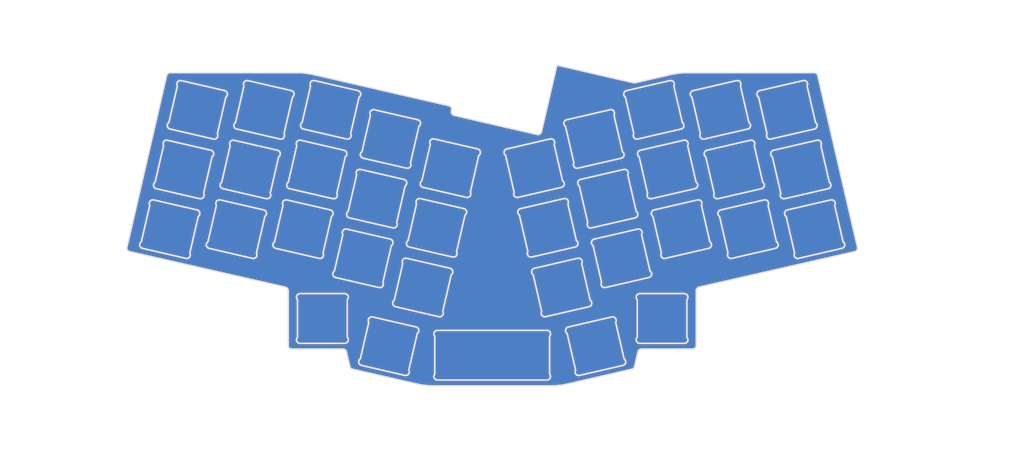
<source format=kicad_pcb>
(kicad_pcb (version 20211014) (generator pcbnew)
  (layers (0 "F.Cu" signal) (31 "B.Cu" signal) (34 "B.Paste" user) (35 "F.Paste" user) (36 "B.SilkS" user "B.Silkscreen") (37 "F.SilkS" user "F.Silkscreen") (38 "B.Mask" user) (39 "F.Mask" user) (44 "Edge.Cuts" user))
  (net 0 "")
  (footprint "r3926lp:OSHW-Symbol_6.7x6mm_mask" (layer "F.Cu") (at 153.975533 91.506287)
    (fp_text reference "REF**" hide)
    (fp_text value "OSHW-Symbol_6.7x6mm_mask" hide)
  )
  (footprint "revxlp:rev41lp_edgecutSwitchPlate10u" (layer "F.Cu") (at 154.229532 28.768286)
    (fp_text reference "rev41lp_edgecutSwitchPlate" hide)
    (fp_text value "rev41lp_edgecutSwitchPlate10u")
    (fp_line (start 24.149255 31.445624) (end 26.492924 41.597168) (layer "Edge.Cuts") (width 0.2))
    (fp_line (start 75.412131 35.322639) (end 63.375012 38.101628) (layer "Edge.Cuts") (width 0.2))
    (fp_line (start 40.357526 18.419352) (end 52.394645 15.640364) (layer "Edge.Cuts") (width 0.2))
    (fp_line (start -11.693841 54.298103) (end -23.73096 51.519115) (layer "Edge.Cuts") (width 0.2))
    (fp_line (start 40.334808 43.420877) (end 28.297689 46.199864) (layer "Edge.Cuts") (width 0.2))
    (fp_line (start -80.04372 33.49893) (end -77.700052 23.347386) (layer "Edge.Cuts") (width 0.2))
    (fp_line (start 84.95281 51.547934) (end 96.989929 48.768946) (layer "Edge.Cuts") (width 0.2))
    (fp_line (start -65.394414 50.063222) (end -63.050746 39.911677) (layer "Edge.Cuts") (width 0.2))
    (fp_line (start 53.959882 0) (end 89.33246 0) (layer "Edge.Cuts") (width 0.2))
    (fp_line (start -59.550844 21.537336) (end -71.587963 18.758348) (layer "Edge.Cuts") (width 0.2))
    (fp_line (start 36.928936 6.783095) (end 39.272604 16.934639) (layer "Edge.Cuts") (width 0.2))
    (fp_line (start -21.009942 86.425869) (end -38.753975 82.329336) (layer "Edge.Cuts") (width 0.2))
    (fp_line (start -89.33246 0) (end -53.959882 0) (layer "Edge.Cuts") (width 0.2))
    (fp_line (start -17.167546 19.875246) (end -19.511215 30.02679) (layer "Edge.Cuts") (width 0.2))
    (fp_line (start -61.570246 33.49893) (end -59.226578 23.347386) (layer "Edge.Cuts") (width 0.2))
    (fp_line (start -7.869673 37.733812) (end -19.906792 34.954824) (layer "Edge.Cuts") (width 0.2))
    (fp_line (start 73.875885 6.783094) (end 76.219552 16.934639) (layer "Edge.Cuts") (width 0.2))
    (fp_line (start -54.199411 20.243061) (end -56.543079 30.394605) (layer "Edge.Cuts") (width 0.2))
    (fp_line (start 14.798166 67.74441) (end 26.835284 64.965422) (layer "Edge.Cuts") (width 0.2))
    (fp_line (start 71.587963 18.758348) (end 59.550844 21.537336) (layer "Edge.Cuts") (width 0.2))
    (fp_line (start 75.016553 30.394605) (end 72.672886 20.243062) (layer "Edge.Cuts") (width 0.2))
    (fp_line (start 19.906792 34.954824) (end 7.869673 37.733812) (layer "Edge.Cuts") (width 0.2))
    (fp_line (start -13.713244 66.259697) (end -11.369575 56.108154) (layer "Edge.Cuts") (width 0.2))
    (fp_line (start -87.322191 3.67877) (end -89.66586 13.830314) (layer "Edge.Cuts") (width 0.2))
    (fp_line (start -43.096772 33.49893) (end -40.753104 23.347386) (layer "Edge.Cuts") (width 0.2))
    (fp_line (start 86.237269 2.194057) (end 74.20015 4.973045) (layer "Edge.Cuts") (width 0.2))
    (fp_line (start 36.115063 21.928552) (end 33.771394 11.777008) (layer "Edge.Cuts") (width 0.2))
    (fp_line (start 11.369575 56.108154) (end 13.713244 66.259697) (layer "Edge.Cuts") (width 0.2))
    (fp_line (start 78.840721 46.958897) (end 76.497053 36.807352) (layer "Edge.Cuts") (width 0.2))
    (fp_line (start 67.763795 2.194057) (end 55.726676 4.973045) (layer "Edge.Cuts") (width 0.2))
    (fp_line (start -70.868119 15.640364) (end -58.831 18.419352) (layer "Edge.Cuts") (width 0.2))
    (fp_line (start 40.205052 63.031455) (end 40.205052 73.450026) (layer "Edge.Cuts") (width 0.2))
    (fp_line (start 97.314195 46.958897) (end 94.970526 36.807352) (layer "Edge.Cuts") (width 0.2))
    (fp_line (start 27.577846 43.081881) (end 39.614965 40.302893) (layer "Edge.Cuts") (width 0.2))
    (fp_line (start -58.023579 36.807352) (end -60.367247 46.958897) (layer "Edge.Cuts") (width 0.2))
    (fp_line (start 17.928626 -2.13332) (end 38.975205 2.725666) (layer "Edge.Cuts") (width 0.2))
    (fp_line (start 55.40241 6.783095) (end 57.746078 16.934639) (layer "Edge.Cuts") (width 0.2))
    (fp_line (start -83.867888 50.063221) (end -81.52422 39.911677) (layer "Edge.Cuts") (width 0.2))
    (fp_line (start -57.746078 16.934639) (end -55.40241 6.783095) (layer "Edge.Cuts") (width 0.2))
    (fp_line (start -30.317092 58.161459) (end -27.973423 48.009915) (layer "Edge.Cuts") (width 0.2))
    (fp_line (start 44.181694 34.983643) (end 56.218813 32.204656) (layer "Edge.Cuts") (width 0.2))
    (fp_line (start 56.543079 30.394605) (end 54.199411 20.243061) (layer "Edge.Cuts") (width 0.2))
    (fp_line (start -10.537997 11.82836) (end 12.453561 17.13638) (layer "Edge.Cuts") (width 0.2))
    (fp_line (start 19.511215 30.02679) (end 17.167546 19.875246) (layer "Edge.Cuts") (width 0.2))
    (fp_line (start -81.848486 38.101627) (end -93.885604 35.322639) (layer "Edge.Cuts") (width 0.2))
    (fp_line (start 10.973998 51.180119) (end 23.011116 48.401131) (layer "Edge.Cuts") (width 0.2))
    (fp_line (start 23.73096 51.519115) (end 11.693841 54.298103) (layer "Edge.Cuts") (width 0.2))
    (fp_line (start 62.655168 34.983643) (end 74.692286 32.204655) (layer "Edge.Cuts") (width 0.2))
    (fp_line (start -26.492924 41.597168) (end -24.149255 31.445624) (layer "Edge.Cuts") (width 0.2))
    (fp_line (start 23.335382 46.591081) (end 20.991713 36.439537) (layer "Edge.Cuts") (width 0.2))
    (fp_line (start -21.110691 70.597526) (end -33.147811 67.818538) (layer "Edge.Cuts") (width 0.2))
    (fp_line (start -60.042981 48.768946) (end -48.005862 51.547934) (layer "Edge.Cuts") (width 0.2))
    (fp_line (start 15.9 83.647753) (end 15.9 73.229182) (layer "Edge.Cuts") (width 0.2))
    (fp_line (start 20.325087 14.881333) (end 22.668756 25.032877) (layer "Edge.Cuts") (width 0.2))
    (fp_line (start -22.668756 25.032877) (end -20.325087 14.881333) (layer "Edge.Cuts") (width 0.2))
    (fp_line (start 59.226578 23.347386) (end 61.570246 33.49893) (layer "Edge.Cuts") (width 0.2))
    (fp_line (start -37.253202 4.973045) (end -49.290321 2.194057) (layer "Edge.Cuts") (width 0.2))
    (fp_line (start 49.290321 2.194057) (end 37.253202 4.973045) (layer "Edge.Cuts") (width 0.2))
    (fp_line (start 90.061437 18.758348) (end 78.024318 21.537336) (layer "Edge.Cuts") (width 0.2))
    (fp_line (start 81.128642 34.983643) (end 93.165761 32.204655) (layer "Edge.Cuts") (width 0.2))
    (fp_line (start 53.281924 61.34074) (end 40.928179 61.34074) (layer "Edge.Cuts") (width 0.2))
    (fp_line (start 93.490027 30.394605) (end 91.146359 20.243061) (layer "Edge.Cuts") (width 0.2))
    (fp_line (start 58.831 18.419352) (end 70.868119 15.640364) (layer "Edge.Cuts") (width 0.2))
    (fp_line (start -41.416042 76.74074) (end -55.605051 76.74074) (layer "Edge.Cuts") (width 0.2))
    (fp_line (start 16.082624 18.390533) (end 4.045505 21.169521) (layer "Edge.Cuts") (width 0.2))
    (fp_line (start -89.341593 15.640364) (end -77.304474 18.419352) (layer "Edge.Cuts") (width 0.2))
    (fp_line (start 32.686472 10.292295) (end 20.649355 13.071283) (layer "Edge.Cuts") (width 0.2))
    (fp_line (start -40.928179 61.34074) (end -53.281924 61.34074) (layer "Edge.Cuts") (width 0.2))
    (fp_line (start -26.835284 64.965422) (end -14.798166 67.74441) (layer "Edge.Cuts") (width 0.2))
    (fp_line (start -78.024318 21.537336) (end -90.061437 18.758348) (layer "Edge.Cuts") (width 0.2))
    (fp_line (start -35.790797 23.738602) (end -23.753678 26.51759) (layer "Edge.Cuts") (width 0.2))
    (fp_line (start 7.14983 34.615828) (end 19.186947 31.83684) (layer "Edge.Cuts") (width 0.2))
    (fp_line (start -93.165761 32.204655) (end -81.128642 34.983643) (layer "Edge.Cuts") (width 0.2))
    (fp_line (start 38.753975 82.329336) (end 21.009942 86.425869) (layer "Edge.Cuts") (width 0.2))
    (fp_line (start 63.050746 39.911677) (end 65.394414 50.063222) (layer "Edge.Cuts") (width 0.2))
    (fp_line (start -41.07737 21.537336) (end -53.114489 18.758348) (layer "Edge.Cuts") (width 0.2))
    (fp_line (start -28.297689 46.199864) (end -40.334808 43.420877) (layer "Edge.Cuts") (width 0.2))
    (fp_line (start 56.938657 35.322639) (end 44.901538 38.101627) (layer "Edge.Cuts") (width 0.2))
    (fp_line (start -44.901538 38.101627) (end -56.938657 35.322639) (layer "Edge.Cuts") (width 0.2))
    (fp_line (start -96.989929 48.768946) (end -84.95281 51.547934) (layer "Edge.Cuts") (width 0.2))
    (fp_line (start 55.605051 76.74074) (end 41.416042 76.74074) (layer "Edge.Cuts") (width 0.2))
    (fp_line (start 43.763399 55.057133) (end 41.41973 44.90559) (layer "Edge.Cuts") (width 0.2))
    (fp_line (start -76.497053 36.807352) (end -78.840721 46.958897) (layer "Edge.Cuts") (width 0.2))
    (fp_line (start -46.92094 50.063221) (end -44.577272 39.911677) (layer "Edge.Cuts") (width 0.2))
    (fp_line (start 40.753104 23.347386) (end 43.096772 33.49893) (layer "Edge.Cuts") (width 0.2))
    (fp_line (start 39.777572 2.748161) (end 49.460861 0.512598) (layer "Edge.Cuts") (width 0.2))
    (fp_line (start 66.479336 51.547934) (end 78.516455 48.768945) (layer "Edge.Cuts") (width 0.2))
    (fp_line (start 81.52422 39.911677) (end 83.867888 50.063221) (layer "Edge.Cuts") (width 0.2))
    (fp_line (start -15.9 73.229182) (end -15.9 83.647753) (layer "Edge.Cuts") (width 0.2))
    (fp_line (start 27.15955 63.155372) (end 24.815882 53.003829) (layer "Edge.Cuts") (width 0.2))
    (fp_line (start 93.885604 35.322639) (end 81.848486 38.101627) (layer "Edge.Cuts") (width 0.2))
    (fp_line (start 15.176873 71.538468) (end -15.176873 71.538468) (layer "Edge.Cuts") (width 0.2))
    (fp_line (start 60.367247 46.958897) (end 58.023579 36.807352) (layer "Edge.Cuts") (width 0.2))
    (fp_line (start 40.441671 77.515789) (end 39.503394 81.579917) (layer "Edge.Cuts") (width 0.2))
    (fp_line (start -56.605052 75.74074) (end -56.605052 60.530052) (layer "Edge.Cuts") (width 0.2))
    (fp_line (start -15.176872 85.338468) (end 15.176872 85.338468) (layer "Edge.Cuts") (width 0.2))
    (fp_line (start -24.473521 29.635574) (end -36.51064 26.856586) (layer "Edge.Cuts") (width 0.2))
    (fp_line (start -23.011116 48.401131) (end -10.973998 51.180119) (layer "Edge.Cuts") (width 0.2))
    (fp_line (start -34.232733 69.303251) (end -36.576402 79.454795) (layer "Edge.Cuts") (width 0.2))
    (fp_line (start 52.718911 13.830314) (end 50.375243 3.67877) (layer "Edge.Cuts") (width 0.2))
    (fp_line (start -91.146359 20.243061) (end -93.490027 30.394605) (layer "Edge.Cuts") (width 0.2))
    (fp_line (start -39.272604 16.934639) (end -36.928936 6.783095) (layer "Edge.Cuts") (width 0.2))
    (fp_line (start -101.323515 48.493552) (end -90.30683 0.775048) (layer "Edge.Cuts") (width 0.2))
    (fp_line (start -20.649355 13.071283) (end -32.686472 10.292295) (layer "Edge.Cuts") (width 0.2))
    (fp_line (start 56.605052 60.530052) (end 56.605052 75.74074) (layer "Edge.Cuts") (width 0.2))
    (fp_line (start -4.045505 21.169521) (end -16.082624 18.390533) (layer "Edge.Cuts") (width 0.2))
    (fp_line (start 3.721239 22.979571) (end 6.064908 33.131115) (layer "Edge.Cuts") (width 0.2))
    (fp_line (start 54.005052 73.450026) (end 54.005052 63.031455) (layer "Edge.Cuts") (width 0.2))
    (fp_line (start 16.510921 86.938468) (end -16.510921 86.938468) (layer "Edge.Cuts") (width 0.2))
    (fp_line (start -53.281924 75.14074) (end -40.928179 75.14074) (layer "Edge.Cuts") (width 0.2))
    (fp_line (start -36.252138 81.264845) (end -24.215018 84.043833) (layer "Edge.Cuts") (width 0.2))
    (fp_line (start -54.005052 63.031455) (end -54.005052 73.450026) (layer "Edge.Cuts") (width 0.2))
    (fp_line (start 77.304474 18.419352) (end 89.341593 15.640364) (layer "Edge.Cuts") (width 0.2))
    (fp_line (start 90.30683 0.775048) (end 101.323515 48.493552) (layer "Edge.Cuts") (width 0.2))
    (fp_line (start -39.503394 81.579917) (end -40.441671 77.515789) (layer "Edge.Cuts") (width 0.2))
    (fp_line (start 20.786426 72.407575) (end 23.130095 82.559119) (layer "Edge.Cuts") (width 0.2))
    (fp_line (start 36.576402 79.454795) (end 34.232733 69.303251) (layer "Edge.Cuts") (width 0.2))
    (fp_line (start -37.595562 28.341299) (end -39.939231 38.492843) (layer "Edge.Cuts") (width 0.2))
    (fp_line (start 48.005862 51.547934) (end 60.042981 48.768946) (layer "Edge.Cuts") (width 0.2))
    (fp_line (start -20.991713 36.439537) (end -23.335382 46.591081) (layer "Edge.Cuts") (width 0.2))
    (fp_line (start 31.402014 59.646172) (end 43.439133 56.867184) (layer "Edge.Cuts") (width 0.2))
    (fp_line (start -39.614965 40.302893) (end -27.577846 43.081881) (layer "Edge.Cuts") (width 0.2))
    (fp_line (start 24.215019 84.043833) (end 36.252137 81.264845) (layer "Edge.Cuts") (width 0.2))
    (fp_line (start 13.652882 16.386961) (end 17.928626 -2.13332) (layer "Edge.Cuts") (width 0.2))
    (fp_line (start 40.928179 75.14074) (end 53.281924 75.14074) (layer "Edge.Cuts") (width 0.2))
    (fp_line (start 33.147811 67.818538) (end 21.110691 70.597526) (layer "Edge.Cuts") (width 0.2))
    (fp_line (start 23.753678 26.51759) (end 35.790797 23.738602) (layer "Edge.Cuts") (width 0.2))
    (fp_line (start -19.186947 31.83684) (end -7.14983 34.615828) (layer "Edge.Cuts") (width 0.2))
    (fp_line (start -43.439133 56.867184) (end -31.402014 59.646172) (layer "Edge.Cuts") (width 0.2))
    (fp_line (start -56.218813 32.204656) (end -44.181694 34.983643) (layer "Edge.Cuts") (width 0.2))
    (fp_line (start -78.516455 48.768945) (end -66.479336 51.547934) (layer "Edge.Cuts") (width 0.2))
    (fp_line (start -24.815882 53.003829) (end -27.15955 63.155372) (layer "Edge.Cuts") (width 0.2))
    (fp_line (start -23.130095 82.559119) (end -20.786426 72.407575) (layer "Edge.Cuts") (width 0.2))
    (fp_line (start -33.771394 11.777008) (end -36.115063 21.928552) (layer "Edge.Cuts") (width 0.2))
    (fp_line (start -74.20015 4.973045) (end -86.237269 2.194057) (layer "Edge.Cuts") (width 0.2))
    (fp_line (start -9.889076 49.695406) (end -7.545407 39.543862) (layer "Edge.Cuts") (width 0.2))
    (fp_line (start -11.226679 10.365958) (end -11.287416 10.629039) (layer "Edge.Cuts") (width 0.2))
    (fp_line (start 44.577272 39.911677) (end 46.92094 50.063221) (layer "Edge.Cuts") (width 0.2))
    (fp_line (start -50.375243 3.67877) (end -52.718911 13.830314) (layer "Edge.Cuts") (width 0.2))
    (fp_line (start -72.672886 20.243062) (end -75.016553 30.394605) (layer "Edge.Cuts") (width 0.2))
    (fp_line (start -40.205052 73.450026) (end -40.205052 63.031455) (layer "Edge.Cuts") (width 0.2))
    (fp_line (start -94.970526 36.807352) (end -97.314195 46.958897) (layer "Edge.Cuts") (width 0.2))
    (fp_line (start -74.692286 32.204655) (end -62.655168 34.983643) (layer "Edge.Cuts") (width 0.2))
    (fp_line (start -68.848717 3.67877) (end -71.192385 13.830314) (layer "Edge.Cuts") (width 0.2))
    (fp_line (start -55.726676 4.973045) (end -67.763795 2.194057) (layer "Edge.Cuts") (width 0.2))
    (fp_line (start 89.665861 13.830314) (end 87.322191 3.67877) (layer "Edge.Cuts") (width 0.2))
    (fp_line (start 27.973423 48.009915) (end 30.317092 58.161459) (layer "Edge.Cuts") (width 0.2))
    (fp_line (start -52.394645 15.640364) (end -40.357526 18.419352) (layer "Edge.Cuts") (width 0.2))
    (fp_line (start 53.114489 18.758348) (end 41.07737 21.537336) (layer "Edge.Cuts") (width 0.2))
    (fp_line (start 71.192385 13.830314) (end 68.848717 3.67877) (layer "Edge.Cuts") (width 0.2))
    (fp_line (start -41.41973 44.90559) (end -43.763399 55.057133) (layer "Edge.Cuts") (width 0.2))
    (fp_line (start 7.545407 39.543862) (end 9.889076 49.695406) (layer "Edge.Cuts") (width 0.2))
    (fp_line (start -63.375012 38.101629) (end -75.412131 35.322639) (layer "Edge.Cuts") (width 0.2))
    (fp_line (start -57.380101 59.555682) (end -100.574096 49.692873) (layer "Edge.Cuts") (width 0.2))
    (fp_line (start 39.939231 38.492843) (end 37.595562 28.341299) (layer "Edge.Cuts") (width 0.2))
    (fp_line (start -49.460861 0.512598) (end -11.976098 9.166639) (layer "Edge.Cuts") (width 0.2))
    (fp_line (start -76.219552 16.934639) (end -73.875885 6.783094) (layer "Edge.Cuts") (width 0.2))
    (fp_line (start 100.574096 49.692873) (end 57.380101 59.555682) (layer "Edge.Cuts") (width 0.2))
    (fp_line (start 36.51064 26.856586) (end 24.473521 29.635574) (layer "Edge.Cuts") (width 0.2))
    (fp_line (start 77.700052 23.347386) (end 80.04372 33.49893) (layer "Edge.Cuts") (width 0.2))
    (fp_line (start -6.064908 33.131115) (end -3.721239 22.979571) (layer "Edge.Cuts") (width 0.2))
    (fp_arc (start 32.686472 10.292295) (mid 33.718827 10.676683) (end 33.771394 11.777008) (layer "Edge.Cuts") (width 0.2))
    (fp_arc (start 77.304474 18.419352) (mid 76.272103 18.034987) (end 76.219552 16.934639) (layer "Edge.Cuts") (width 0.2))
    (fp_arc (start 21.009942 86.425869) (mid 18.774985 86.809908) (end 16.510921 86.938468) (layer "Edge.Cuts") (width 0.2))
    (fp_arc (start -55.605051 76.74074) (mid -56.312159 76.447848) (end -56.605052 75.74074) (layer "Edge.Cuts") (width 0.2))
    (fp_arc (start 39.875009 2.725666) (mid 39.425107 2.776929) (end 38.975205 2.725666) (layer "Edge.Cuts") (width 0.2))
    (fp_arc (start -57.746078 16.934639) (mid -57.798642 18.034977) (end -58.831 18.419352) (layer "Edge.Cuts") (width 0.2))
    (fp_arc (start 33.147811 67.818538) (mid 34.180204 68.202899) (end 34.232733 69.303251) (layer "Edge.Cuts") (width 0.2))
    (fp_arc (start -57.380101 59.555682) (mid -56.822443 59.907537) (end -56.605052 60.530052) (layer "Edge.Cuts") (width 0.2))
    (fp_arc (start 86.237269 2.194057) (mid 87.26965 2.578451) (end 87.322191 3.67877) (layer "Edge.Cuts") (width 0.2))
    (fp_arc (start -78.516455 48.768945) (mid -79.275832 47.970916) (end -78.840721 46.958897) (layer "Edge.Cuts") (width 0.2))
    (fp_arc (start -87.322191 3.67877) (mid -87.269627 2.578432) (end -86.237269 2.194057) (layer "Edge.Cuts") (width 0.2))
    (fp_arc (start -43.439133 56.867184) (mid -44.198511 56.069153) (end -43.763399 55.057133) (layer "Edge.Cuts") (width 0.2))
    (fp_arc (start -61.570246 33.49893) (mid -61.62281 34.599268) (end -62.655168 34.983643) (layer "Edge.Cuts") (width 0.2))
    (fp_arc (start -33.771394 11.777008) (mid -33.718831 10.676669) (end -32.686472 10.292295) (layer "Edge.Cuts") (width 0.2))
    (fp_arc (start 36.115063 21.928552) (mid 36.55014 22.940565) (end 35.790797 23.738602) (layer "Edge.Cuts") (width 0.2))
    (fp_arc (start -78.024318 21.537336) (mid -77.264941 22.335366) (end -77.700052 23.347386) (layer "Edge.Cuts") (width 0.2))
    (fp_arc (start 97.314195 46.958896) (mid 97.749339 47.970934) (end 96.989929 48.768946) (layer "Edge.Cuts") (width 0.2))
    (fp_arc (start -94.970528 36.807351) (mid -94.917962 35.707014) (end -93.885604 35.322639) (layer "Edge.Cuts") (width 0.2))
    (fp_arc (start 75.016553 30.394605) (mid 75.451618 31.406641) (end 74.692286 32.204655) (layer "Edge.Cuts") (width 0.2))
    (fp_arc (start 101.323515 48.493552) (mid 101.197193 49.248429) (end 100.574096 49.692873) (layer "Edge.Cuts") (width 0.2))
    (fp_arc (start -19.186948 31.836841) (mid -19.946327 31.038811) (end -19.511215 30.02679) (layer "Edge.Cuts") (width 0.2))
    (fp_arc (start 39.939231 38.492843) (mid 40.374317 39.504846) (end 39.614965 40.302893) (layer "Edge.Cuts") (width 0.2))
    (fp_arc (start -54.005052 63.031454) (mid -54.201357 61.947493) (end -53.281924 61.34074) (layer "Edge.Cuts") (width 0.2))
    (fp_arc (start -100.574096 49.692873) (mid -101.197193 49.248422) (end -101.323515 48.493552) (layer "Edge.Cuts") (width 0.2))
    (fp_arc (start -91.146359 20.243061) (mid -91.093795 19.142723) (end -90.061437 18.758348) (layer "Edge.Cuts") (width 0.2))
    (fp_arc (start -74.20015 4.973045) (mid -73.440773 5.771075) (end -73.875885 6.783094) (layer "Edge.Cuts") (width 0.2))
    (fp_arc (start 11.369575 56.108154) (mid 10.934454 55.096131) (end 11.693841 54.298103) (layer "Edge.Cuts") (width 0.2))
    (fp_arc (start 49.290321 2.194057) (mid 50.322796 2.578386) (end 50.375243 3.67877) (layer "Edge.Cuts") (width 0.2))
    (fp_arc (start -53.281924 75.14074) (mid -54.201357 74.533987) (end -54.005052 73.450026) (layer "Edge.Cuts") (width 0.2))
    (fp_arc (start -21.110691 70.597527) (mid -20.351314 71.395556) (end -20.786426 72.407575) (layer "Edge.Cuts") (width 0.2))
    (fp_arc (start 59.226578 23.347386) (mid 58.791462 22.335361) (end 59.550844 21.537336) (layer "Edge.Cuts") (width 0.2))
    (fp_arc (start -63.375012 38.101629) (mid -62.615636 38.899658) (end -63.050746 39.911677) (layer "Edge.Cuts") (width 0.2))
    (fp_arc (start 67.763795 2.194057) (mid 68.796148 2.578459) (end 68.848717 3.67877) (layer "Edge.Cuts") (width 0.2))
    (fp_arc (start -37.253202 4.973045) (mid -36.493824 5.771075) (end -36.928936 6.783095) (layer "Edge.Cuts") (width 0.2))
    (fp_arc (start 63.050746 39.911677) (mid 62.615653 38.899658) (end 63.375012 38.101628) (layer "Edge.Cuts") (width 0.2))
    (fp_arc (start -59.550844 21.537336) (mid -58.791466 22.335366) (end -59.226578 23.347386) (layer "Edge.Cuts") (width 0.2))
    (fp_arc (start -76.219552 16.934639) (mid -76.272116 18.034977) (end -77.304474 18.419352) (layer "Edge.Cuts") (width 0.2))
    (fp_arc (start -80.04372 33.49893) (mid -80.096284 34.599268) (end -81.128642 34.983643) (layer "Edge.Cuts") (width 0.2))
    (fp_arc (start -76.497053 36.807352) (mid -76.44449 35.707013) (end -75.412131 35.322639) (layer "Edge.Cuts") (width 0.2))
    (fp_arc (start 78.840721 46.958896) (mid 79.275853 47.970935) (end 78.516455 48.768945) (layer "Edge.Cuts") (width 0.2))
    (fp_arc (start -54.199411 20.243061) (mid -54.146848 19.142722) (end -53.114489 18.758348) (layer "Edge.Cuts") (width 0.2))
    (fp_arc (start -46.92094 50.063221) (mid -46.973504 51.163559) (end -48.005862 51.547934) (layer "Edge.Cuts") (width 0.2))
    (fp_arc (start -7.869673 37.733812) (mid -7.110296 38.531842) (end -7.545407 39.543862) (layer "Edge.Cuts") (width 0.2))
    (fp_arc (start -22.668756 25.032877) (mid -22.72132 26.133215) (end -23.753678 26.51759) (layer "Edge.Cuts") (width 0.2))
    (fp_arc (start -74.692286 32.204655) (mid -75.451663 31.406625) (end -75.016553 30.394605) (layer "Edge.Cuts") (width 0.2))
    (fp_arc (start 40.928179 75.140739) (mid 40.008719 74.534014) (end 40.205052 73.450026) (layer "Edge.Cuts") (width 0.2))
    (fp_arc (start 13.652883 16.38696) (mid 13.20843 17.010058) (end 12.453561 17.13638) (layer "Edge.Cuts") (width 0.2))
    (fp_arc (start -15.9 73.229182) (mid -16.096305 72.145222) (end -15.176873 71.538468) (layer "Edge.Cuts") (width 0.2))
    (fp_arc (start 27.577846 43.081881) (mid 26.545487 42.697503) (end 26.492924 41.597168) (layer "Edge.Cuts") (width 0.2))
    (fp_arc (start 10.973998 51.180119) (mid 9.941517 50.7958) (end 9.889076 49.695406) (layer "Edge.Cuts") (width 0.2))
    (fp_arc (start 52.718911 13.830314) (mid 53.154032 14.842339) (end 52.394645 15.640364) (layer "Edge.Cuts") (width 0.2))
    (fp_arc (start 75.412131 35.322639) (mid 76.444502 35.707007) (end 76.497053 36.807352) (layer "Edge.Cuts") (width 0.2))
    (fp_arc (start -72.672886 20.243062) (mid -72.620323 19.142722) (end -71.587963 18.758348) (layer "Edge.Cuts") (width 0.2))
    (fp_arc (start 15.899999 83.647754) (mid 16.096308 84.731715) (end 15.176872 85.338468) (layer "Edge.Cuts") (width 0.2))
    (fp_arc (start 62.655168 34.983643) (mid 61.622704 34.59931) (end 61.570246 33.49893) (layer "Edge.Cuts") (width 0.2))
    (fp_arc (start -9.889076 49.695406) (mid -9.94164 50.795744) (end -10.973998 51.180119) (layer "Edge.Cuts") (width 0.2))
    (fp_arc (start -50.375243 3.67877) (mid -50.322679 2.578432) (end -49.290321 2.194057) (layer "Edge.Cuts") (width 0.2))
    (fp_arc (start 90.061437 18.758348) (mid 91.093901 19.142684) (end 91.146359 20.243061) (layer "Edge.Cuts") (width 0.2))
    (fp_arc (start 19.511214 30.026789) (mid 19.946324 31.038811) (end 19.186947 31.83684) (layer "Edge.Cuts") (width 0.2))
    (fp_arc (start 48.005862 51.547934) (mid 46.973559 51.16352) (end 46.92094 50.063221) (layer "Edge.Cuts") (width 0.2))
    (fp_arc (start 93.490027 30.394605) (mid 93.925104 31.40664) (end 93.165761 32.204655) (layer "Edge.Cuts") (width 0.2))
    (fp_arc (start -39.272604 16.934639) (mid -39.325168 18.034977) (end -40.357526 18.419352) (layer "Edge.Cuts") (width 0.2))
    (fp_arc (start 55.40241 6.783095) (mid 54.967227 5.771067) (end 55.726676 4.973045) (layer "Edge.Cuts") (width 0.2))
    (fp_arc (start -28.297689 46.199864) (mid -27.53831 46.997895) (end -27.973423 48.009915) (layer "Edge.Cuts") (width 0.2))
    (fp_arc (start -6.064908 33.131115) (mid -6.117473 34.231453) (end -7.14983 34.615828) (layer "Edge.Cuts") (width 0.2))
    (fp_arc (start 89.665861 13.830314) (mid 90.100959 14.842341) (end 89.341593 15.640364) (layer "Edge.Cuts") (width 0.2))
    (fp_arc (start 24.149257 31.445624) (mid 23.714139 30.433602) (end 24.473521 29.635574) (layer "Edge.Cuts") (width 0.2))
    (fp_arc (start 77.700052 23.347386) (mid 77.264948 22.33536) (end 78.024318 21.537336) (layer "Edge.Cuts") (width 0.2))
    (fp_arc (start 19.906792 34.954824) (mid 20.939064 35.339263) (end 20.991713 36.439537) (layer "Edge.Cuts") (width 0.2))
    (fp_arc (start 20.786426 72.407576) (mid 20.35132 71.395559) (end 21.110691 70.597526) (layer "Edge.Cuts") (width 0.2))
    (fp_arc (start 23.335382 46.591081) (mid 23.770487 47.603101) (end 23.011116 48.401131) (layer "Edge.Cuts") (width 0.2))
    (fp_arc (start 43.763399 55.057133) (mid 44.198463 56.069146) (end 43.439133 56.867184) (layer "Edge.Cuts") (width 0.2))
    (fp_arc (start 44.577272 39.911677) (mid 44.142167 38.899659) (end 44.901538 38.101627) (layer "Edge.Cuts") (width 0.2))
    (fp_arc (start 71.587963 18.758348) (mid 72.620251 19.142773) (end 72.672886 20.243062) (layer "Edge.Cuts") (width 0.2))
    (fp_arc (start -20.649354 13.071282) (mid -19.889974 13.869312) (end -20.325087 14.881333) (layer "Edge.Cuts") (width 0.2))
    (fp_arc (start -11.976098 9.166639) (mid -11.353002 9.611089) (end -11.226679 10.365958) (layer "Edge.Cuts") (width 0.2))
    (fp_arc (start 36.51064 26.856586) (mid 37.542974 27.240949) (end 37.595562 28.341299) (layer "Edge.Cuts") (width 0.2))
    (fp_arc (start -23.011116 48.401132) (mid -23.770495 47.603101) (end -23.335382 46.591081) (layer "Edge.Cuts") (width 0.2))
    (fp_arc (start 40.334808 43.420877) (mid 41.36718 43.805231) (end 41.41973 44.90559) (layer "Edge.Cuts") (width 0.2))
    (fp_arc (start 27.15955 63.155372) (mid 27.594655 64.167391) (end 26.835284 64.965422) (layer "Edge.Cuts") (width 0.2))
    (fp_arc (start 89.33246 -0.000001) (mid 89.954972 0.217384) (end 90.30683 0.775048) (layer "Edge.Cuts") (width 0.2))
    (fp_arc (start 36.928936 6.783095) (mid 36.493831 5.771062) (end 37.253202 4.973045) (layer "Edge.Cuts") (width 0.2))
    (fp_arc (start -37.595562 28.341299) (mid -37.542998 27.240961) (end -36.51064 26.856586) (layer "Edge.Cuts") (width 0.2))
    (fp_arc (start -96.989929 48.768945) (mid -97.749305 47.970916) (end -97.314195 46.958897) (layer "Edge.Cuts") (width 0.2))
    (fp_arc (start 7.14983 34.615828) (mid 6.117519 34.231453) (end 6.064908 33.131115) (layer "Edge.Cuts") (width 0.2))
    (fp_arc (start 15.176873 71.538468) (mid 16.096356 72.145227) (end 15.9 73.229182) (layer "Edge.Cuts") (width 0.2))
    (fp_arc (start -52.394645 15.640364) (mid -53.154023 14.842334) (end -52.718911 13.830314) (layer "Edge.Cuts") (width 0.2))
    (fp_arc (start 81.128642 34.983643) (mid 80.09625 34.599253) (end 80.04372 33.49893) (layer "Edge.Cuts") (width 0.2))
    (fp_arc (start 73.875885 6.783094) (mid 73.440759 5.771064) (end 74.20015 4.973045) (layer "Edge.Cuts") (width 0.2))
    (fp_arc (start -35.790797 23.738602) (mid -36.550175 22.940572) (end -36.115063 21.928552) (layer "Edge.Cuts") (width 0.2))
    (fp_arc (start -56.218813 32.204656) (mid -56.978191 31.406625) (end -56.543079 30.394605) (layer "Edge.Cuts") (width 0.2))
    (fp_arc (start -39.614965 40.302893) (mid -40.374342 39.504863) (end -39.939231 38.492843) (layer "Edge.Cuts") (width 0.2))
    (fp_arc (start 14.798164 67.744409) (mid 13.765829 67.360048) (end 13.713244 66.259697) (layer "Edge.Cuts") (width 0.2))
    (fp_arc (start 36.576402 79.454795) (mid 37.011503 80.466811) (end 36.252137 81.264845) (layer "Edge.Cuts") (width 0.2))
    (fp_arc (start 84.95281 51.547934) (mid 83.920457 51.163535) (end 83.867888 50.063221) (layer "Edge.Cuts") (width 0.2))
    (fp_arc (start 23.73096 51.519115) (mid 24.763316 51.903496) (end 24.815882 53.003829) (layer "Edge.Cuts") (width 0.2))
    (fp_arc (start 24.215017 84.043832) (mid 23.182658 83.659436) (end 23.130095 82.559119) (layer "Edge.Cuts") (width 0.2))
    (fp_arc (start -15.176872 85.338469) (mid -16.096353 84.731735) (end -15.9 83.647753) (layer "Edge.Cuts") (width 0.2))
    (fp_arc (start -41.416042 76.74074) (mid -40.793527 76.958132) (end -40.441671 77.515789) (layer "Edge.Cuts") (width 0.2))
    (fp_arc (start -93.165761 32.204655) (mid -93.925138 31.406625) (end -93.490027 30.394605) (layer "Edge.Cuts") (width 0.2))
    (fp_arc (start -40.928178 61.34074) (mid -40.008746 61.947494) (end -40.205052 63.031455) (layer "Edge.Cuts") (width 0.2))
    (fp_arc (start -26.492924 41.597168) (mid -26.545488 42.697506) (end -27.577846 43.081881) (layer "Edge.Cuts") (width 0.2))
    (fp_arc (start -30.317092 58.161459) (mid -30.369655 59.261798) (end -31.402014 59.646172) (layer "Edge.Cuts") (width 0.2))
    (fp_arc (start -70.868119 15.640364) (mid -71.627497 14.842334) (end -71.192385 13.830314) (layer "Edge.Cuts") (width 0.2))
    (fp_arc (start 81.52422 39.911677) (mid 81.089138 38.899657) (end 81.848486 38.101627) (layer "Edge.Cuts") (width 0.2))
    (fp_arc (start -24.815882 53.003829) (mid -24.763319 51.90349) (end -23.73096 51.519115) (layer "Edge.Cuts") (width 0.2))
    (fp_arc (start -68.848717 3.67877) (mid -68.796153 2.578432) (end -67.763795 2.194057) (layer "Edge.Cuts") (width 0.2))
    (fp_arc (start 40.357526 18.419352) (mid 39.32525 18.034923) (end 39.272604 16.934639) (layer "Edge.Cuts") (width 0.2))
    (fp_arc (start -16.510921 86.938468) (mid -18.774985 86.809905) (end -21.009942 86.425869) (layer "Edge.Cuts") (width 0.2))
    (fp_arc (start -58.023579 36.807352) (mid -57.971015 35.707014) (end -56.938657 35.322639) (layer "Edge.Cuts") (width 0.2))
    (fp_arc (start 93.885606 35.32264) (mid 94.918003 35.707) (end 94.970526 36.807352) (layer "Edge.Cuts") (width 0.2))
    (fp_arc (start -34.232733 69.303251) (mid -34.180169 68.202913) (end -33.147811 67.818538) (layer "Edge.Cuts") (width 0.2))
    (fp_arc (start -13.713242 66.259697) (mid -13.765807 67.360036) (end -14.798166 67.74441) (layer "Edge.Cuts") (width 0.2))
    (fp_arc (start -40.205051 73.450026) (mid -40.008745 74.533987) (end -40.928179 75.14074) (layer "Edge.Cuts") (width 0.2))
    (fp_arc (start -89.341593 15.640364) (mid -90.100971 14.842334) (end -89.66586 13.830314) (layer "Edge.Cuts") (width 0.2))
    (fp_arc (start -24.473522 29.635573) (mid -23.714144 30.433604) (end -24.149255 31.445624) (layer "Edge.Cuts") (width 0.2))
    (fp_arc (start 40.753104 23.347386) (mid 40.317977 22.335362) (end 41.07737 21.537336) (layer "Edge.Cuts") (width 0.2))
    (fp_arc (start -20.991713 36.439537) (mid -20.939148 35.3392) (end -19.906792 34.954824) (layer "Edge.Cuts") (width 0.2))
    (fp_arc (start 39.503394 81.579917) (mid 39.236173 82.062124) (end 38.753975 82.329336) (layer "Edge.Cuts") (width 0.2))
    (fp_arc (start 23.753678 26.51759) (mid 22.72134 26.133237) (end 22.668756 25.032877) (layer "Edge.Cuts") (width 0.2))
    (fp_arc (start 40.205051 63.031454) (mid 40.00873 61.947488) (end 40.928179 61.34074) (layer "Edge.Cuts") (width 0.2))
    (fp_arc (start -10.537997 11.82836) (mid -11.161095 11.38391) (end -11.287416 10.629039) (layer "Edge.Cuts") (width 0.2))
    (fp_arc (start 16.082624 18.390533) (mid 17.115006 18.774899) (end 17.167546 19.875246) (layer "Edge.Cuts") (width 0.2))
    (fp_arc (start 27.973423 48.009915) (mid 27.538319 46.997898) (end 28.297689 46.199864) (layer "Edge.Cuts") (width 0.2))
    (fp_arc (start -43.096772 33.49893) (mid -43.149336 34.599268) (end -44.181694 34.983643) (layer "Edge.Cuts") (width 0.2))
    (fp_arc (start 44.181694 34.983643) (mid 43.149307 34.599286) (end 43.096772 33.49893) (layer "Edge.Cuts") (width 0.2))
    (fp_arc (start -65.394414 50.063222) (mid -65.446979 51.163559) (end -66.479336 51.547934) (layer "Edge.Cuts") (width 0.2))
    (fp_arc (start 54.005052 73.450026) (mid 54.201319 74.533953) (end 53.281924 75.14074) (layer "Edge.Cuts") (width 0.2))
    (fp_arc (start 56.938657 35.322639) (mid 57.970956 35.707064) (end 58.023579 36.807352) (layer "Edge.Cuts") (width 0.2))
    (fp_arc (start 71.192385 13.830314) (mid 71.627517 14.842338) (end 70.868119 15.640364) (layer "Edge.Cuts") (width 0.2))
    (fp_arc (start 3.721239 22.979571) (mid 3.286127 21.96755) (end 4.045505 21.169521) (layer "Edge.Cuts") (width 0.2))
    (fp_arc (start -44.901538 38.101627) (mid -44.142161 38.899657) (end -44.577272 39.911677) (layer "Edge.Cuts") (width 0.2))
    (fp_arc (start 60.367247 46.958896) (mid 60.802412 47.970933) (end 60.042981 48.768946) (layer "Edge.Cuts") (width 0.2))
    (fp_arc (start -36.252138 81.264845) (mid -37.011514 80.466814) (end -36.576402 79.454795) (layer "Edge.Cuts") (width 0.2))
    (fp_arc (start -60.042981 48.768945) (mid -60.802357 47.970916) (end -60.367247 46.958897) (layer "Edge.Cuts") (width 0.2))
    (fp_arc (start -4.045505 21.169521) (mid -3.286127 21.967551) (end -3.721239 22.979571) (layer "Edge.Cuts") (width 0.2))
    (fp_arc (start 53.114489 18.758348) (mid 54.146854 19.14275) (end 54.199411 20.243061) (layer "Edge.Cuts") (width 0.2))
    (fp_arc (start 56.605052 60.530052) (mid 56.822458 59.907551) (end 57.380101 59.555682) (layer "Edge.Cuts") (width 0.2))
    (fp_arc (start -83.867888 50.063221) (mid -83.920452 51.163559) (end -84.95281 51.547934) (layer "Edge.Cuts") (width 0.2))
    (fp_arc (start -17.167546 19.875246) (mid -17.114982 18.774908) (end -16.082624 18.390533) (layer "Edge.Cuts") (width 0.2))
    (fp_arc (start 56.543079 30.394605) (mid 56.978267 31.406633) (end 56.218813 32.204656) (layer "Edge.Cuts") (width 0.2))
    (fp_arc (start 53.281924 61.340739) (mid 54.201382 61.947513) (end 54.005052 63.031455) (layer "Edge.Cuts") (width 0.2))
    (fp_arc (start 20.325088 14.881333) (mid 19.889975 13.86931) (end 20.649355 13.071283) (layer "Edge.Cuts") (width 0.2))
    (fp_arc (start -11.693841 54.298103) (mid -10.934463 55.096134) (end -11.369575 56.108154) (layer "Edge.Cuts") (width 0.2))
    (fp_arc (start 58.831 18.419352) (mid 57.798602 18.034996) (end 57.746078 16.934639) (layer "Edge.Cuts") (width 0.2))
    (fp_arc (start -81.848486 38.101627) (mid -81.089109 38.899657) (end -81.52422 39.911677) (layer "Edge.Cuts") (width 0.2))
    (fp_arc (start -55.726676 4.973045) (mid -54.967298 5.771075) (end -55.40241 6.783095) (layer "Edge.Cuts") (width 0.2))
    (fp_arc (start 40.441672 77.515789) (mid 40.793506 76.958113) (end 41.416042 76.74074) (layer "Edge.Cuts") (width 0.2))
    (fp_arc (start -38.753975 82.329336) (mid -39.236131 82.062073) (end -39.503394 81.579917) (layer "Edge.Cuts") (width 0.2))
    (fp_arc (start 7.545407 39.543862) (mid 7.110291 38.53184) (end 7.869673 37.733812) (layer "Edge.Cuts") (width 0.2))
    (fp_arc (start -26.835284 64.965422) (mid -27.594661 64.167392) (end -27.15955 63.155372) (layer "Edge.Cuts") (width 0.2))
    (fp_arc (start -90.306829 0.775048) (mid -89.954974 0.217392) (end -89.33246 0) (layer "Edge.Cuts") (width 0.2))
    (fp_arc (start 66.479336 51.547934) (mid 65.446956 51.163544) (end 65.394414 50.063222) (layer "Edge.Cuts") (width 0.2))
    (fp_arc (start -53.959881 -0.000001) (mid -51.695817 0.128562) (end -49.460861 0.512598) (layer "Edge.Cuts") (width 0.2))
    (fp_arc (start 56.605052 75.74074) (mid 56.312118 76.44781) (end 55.605051 76.74074) (layer "Edge.Cuts") (width 0.2))
    (fp_arc (start -41.07737 21.537336) (mid -40.317992 22.335366) (end -40.753104 23.347386) (layer "Edge.Cuts") (width 0.2))
    (fp_arc (start -41.41973 44.90559) (mid -41.367166 43.805252) (end -40.334808 43.420877) (layer "Edge.Cuts") (width 0.2))
    (fp_arc (start 31.402014 59.646172) (mid 30.369694 59.261785) (end 30.317092 58.161459) (layer "Edge.Cuts") (width 0.2))
    (fp_arc (start -23.130094 82.559118) (mid -23.182659 83.659457) (end -24.215018 84.043833) (layer "Edge.Cuts") (width 0.2))
    (fp_arc (start 49.460861 0.512599) (mid 51.695817 0.128561) (end 53.959882 0) (layer "Edge.Cuts") (width 0.2))
  )
  (zone (net 0) (net_name "") (layer "F.Cu") (connect_pads (clearance 0.25)) (min_thickness 0.254) (fill yes (thermal_gap 0.508) (thermal_bridge_width 0.508))
    (polygon (pts (xy 277.719533 80.586286) (xy 185.719533 120.586286) (xy 123.719533 118.586286) (xy 30.719533 79.586286) (xy 44.719533 26.586286) (xy 266.719533 23.586287)))
  )
  (zone (net 0) (net_name "") (layer "B.Cu") (connect_pads (clearance 0.25)) (min_thickness 0.254) (fill yes (thermal_gap 0.508) (thermal_bridge_width 0.508))
    (polygon (pts (xy 289.719532 139.586286) (xy 17.719533 118.586286) (xy 33.719533 8.586286) (xy 301.719532 8.586286)))
  )
)
</source>
